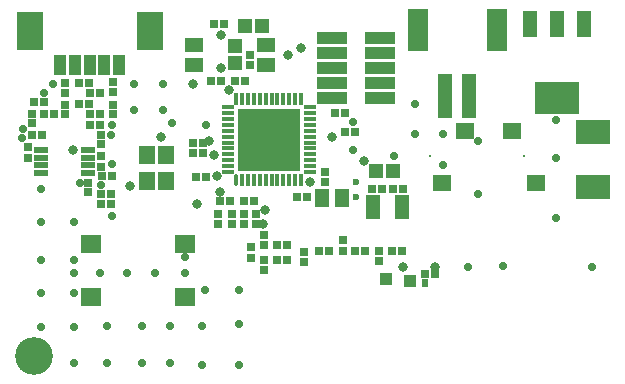
<source format=gts>
%FSTAX23Y23*%
%MOIN*%
%SFA1B1*%

%IPPOS*%
%ADD44R,0.067060X0.141860*%
%ADD45R,0.051310X0.145800*%
%ADD46R,0.102490X0.039500*%
%ADD47R,0.039500X0.070990*%
%ADD48R,0.090680X0.126110*%
%ADD49R,0.039500X0.039500*%
%ADD50R,0.043430X0.043430*%
%ADD51R,0.023750X0.027690*%
%ADD52R,0.029650X0.031620*%
%ADD53R,0.031620X0.029650*%
%ADD54R,0.047370X0.078870*%
%ADD55R,0.051310X0.063120*%
%ADD56R,0.045400X0.019810*%
%ADD57R,0.063120X0.055240*%
%ADD58R,0.063120X0.051310*%
%ADD59R,0.053280X0.063120*%
%ADD60O,0.016540X0.038980*%
%ADD61R,0.016540X0.038980*%
%ADD62R,0.038980X0.016540*%
%ADD63R,0.208270X0.208270*%
%ADD64R,0.145800X0.106420*%
%ADD65R,0.047370X0.086740*%
%ADD66R,0.069020X0.059180*%
%ADD67R,0.045400X0.045400*%
%ADD68R,0.045400X0.045400*%
%ADD69R,0.114300X0.082800*%
%ADD70C,0.011940*%
%ADD71C,0.031620*%
%ADD72C,0.028000*%
%ADD73C,0.126110*%
%ADD74C,0.023620*%
%LNheadband-pcb-1*%
%LPD*%
G54D44*
X01623Y0116D03*
X0136D03*
G54D45*
X01531Y00941D03*
X01452D03*
G54D46*
X01073Y01136D03*
X01233D03*
X01073Y01086D03*
X01233D03*
X01073Y01036D03*
X01233D03*
X01073Y00986D03*
X01235D03*
X01073Y00936D03*
X01233D03*
G54D47*
X00365Y01045D03*
X00315D03*
X00266D03*
X00168D03*
X00217D03*
G54D48*
X00466Y01159D03*
X00068D03*
G54D49*
X01255Y0033D03*
G54D50*
X01335Y00325D03*
G54D51*
X01383Y00318D03*
G54D52*
X00305Y00813D03*
Y0078D03*
X0026Y00653D03*
Y0062D03*
X00305Y0074D03*
Y00706D03*
X00185Y00913D03*
Y0088D03*
Y00985D03*
Y00951D03*
X0006Y0077D03*
Y00736D03*
X00345Y0088D03*
Y00913D03*
Y00955D03*
Y00988D03*
X00805Y00437D03*
Y00403D03*
X00847Y00479D03*
Y00446D03*
X00075Y0085D03*
Y00883D03*
X00847Y00363D03*
Y00396D03*
X0123Y00424D03*
Y0039D03*
X01109Y0046D03*
Y00426D03*
X00982Y00423D03*
Y00389D03*
X0082Y00515D03*
Y00548D03*
X00695Y00515D03*
Y00548D03*
X0078Y00515D03*
Y00548D03*
X0074Y00515D03*
Y00548D03*
X008Y01078D03*
Y01045D03*
X0105Y00655D03*
Y00688D03*
G54D53*
X0034Y00675D03*
X00306D03*
X0008Y0092D03*
X00113D03*
X00106Y0081D03*
X00073D03*
X00266Y00845D03*
X003D03*
X00305Y00615D03*
X00338D03*
X00115Y0088D03*
X00148D03*
X00956Y00605D03*
X0099D03*
X00713Y0118D03*
X0068D03*
X00783Y0099D03*
X0075D03*
X00923Y00396D03*
X0089D03*
X01185Y00425D03*
X01151D03*
X01065D03*
X01031D03*
X0078Y0059D03*
X00813D03*
X00735D03*
X00701D03*
X00231Y00985D03*
X00265D03*
X00305Y0058D03*
X00338D03*
X01383Y00347D03*
X01416D03*
X01307Y00424D03*
X01274D03*
X00923Y00446D03*
X0089D03*
X01118Y00885D03*
X01085D03*
X0124Y0063D03*
X01206D03*
X01276D03*
X0131D03*
X00671Y0099D03*
X00705D03*
X0061Y00785D03*
X00643D03*
X0115Y0082D03*
X01116D03*
X00621Y0067D03*
X00655D03*
X0061Y0075D03*
X00643D03*
X00266Y0095D03*
X003D03*
X00266Y0088D03*
X003D03*
X00265Y00915D03*
X00231D03*
G54D54*
X0121Y0057D03*
X01308D03*
G54D55*
X01108Y006D03*
X0104D03*
G54D56*
X00105Y00761D03*
Y00735D03*
Y0071D03*
Y00684D03*
X0026D03*
Y0071D03*
Y00736D03*
Y00761D03*
G54D57*
X01754Y00653D03*
X01675Y00826D03*
X01518D03*
X01439Y00653D03*
G54D58*
X00855Y01045D03*
Y01113D03*
X00615Y01045D03*
Y01113D03*
G54D59*
X00457Y00658D03*
Y00745D03*
X0052D03*
Y00658D03*
G54D60*
X00755Y0066D03*
G54D61*
X00774Y0066D03*
X00794D03*
X00814D03*
X00833D03*
X00853D03*
X00873D03*
X00892D03*
X00912D03*
X00932D03*
X00951D03*
X00971D03*
Y00933D03*
X00951D03*
X00932D03*
X00912D03*
X00892D03*
X00873D03*
X00853D03*
X00833D03*
X00814D03*
X00794D03*
X00774D03*
X00755D03*
G54D62*
X01Y00688D03*
Y00708D03*
Y00727D03*
Y00747D03*
Y00767D03*
Y00786D03*
Y00806D03*
Y00826D03*
Y00846D03*
Y00865D03*
Y00885D03*
Y00905D03*
X00726D03*
Y00885D03*
Y00865D03*
Y00846D03*
Y00826D03*
Y00806D03*
Y00786D03*
Y00767D03*
Y00747D03*
Y00727D03*
Y00708D03*
Y00688D03*
G54D63*
X00863Y00796D03*
G54D64*
X01825Y00935D03*
G54D65*
X01734Y0118D03*
X01825D03*
X01915D03*
G54D66*
X00272Y0027D03*
Y00447D03*
X00585D03*
Y0027D03*
G54D67*
X0122Y0069D03*
X01277D03*
X00785Y01175D03*
X00842D03*
G54D68*
X0075Y01107D03*
Y0105D03*
G54D69*
X01945Y0082D03*
Y00638D03*
G54D70*
X01715Y0074D03*
X014D03*
G54D71*
X0131Y00372D03*
X0097Y011D03*
X01075Y00805D03*
X0118Y00725D03*
X0068Y00745D03*
X0073Y0096D03*
X0069Y00675D03*
X0021Y00761D03*
X0061Y0098D03*
X00665Y0079D03*
X00926Y01078D03*
X0079Y00761D03*
Y00797D03*
Y00833D03*
X00827Y0087D03*
Y00833D03*
Y00797D03*
Y00761D03*
Y00725D03*
X00865Y0087D03*
Y00833D03*
Y00797D03*
Y00761D03*
Y00725D03*
X00902Y0087D03*
Y00833D03*
Y00797D03*
Y00761D03*
Y00725D03*
X0094Y0087D03*
Y00833D03*
Y00797D03*
Y00761D03*
X0079Y00725D03*
X0094D03*
X0079Y0087D03*
X00845Y00515D03*
X004Y0064D03*
X00625Y0058D03*
X00505Y00805D03*
X00705Y01035D03*
X01Y00655D03*
X0085Y0056D03*
X007Y0062D03*
X01416Y00372D03*
X00705Y01145D03*
G54D72*
X01145Y00855D03*
X00041Y008D03*
X00305Y00645D03*
X00233Y00653D03*
X00045Y0083D03*
X0128Y0074D03*
X00105Y0063D03*
X0194Y0037D03*
X01645Y00375D03*
X00215Y0035D03*
X003D03*
X0039D03*
X00485D03*
X00585D03*
X0065Y00295D03*
X00765D03*
Y0018D03*
Y00045D03*
X0064D03*
Y00175D03*
X00535D03*
Y0005D03*
X0044D03*
Y00175D03*
X00325D03*
Y0005D03*
X00215D03*
X00105Y0017D03*
X00215D03*
Y00285D03*
X00105D03*
Y00395D03*
X00215D03*
Y0052D03*
X00105D03*
X0051Y00895D03*
X00415Y0098D03*
Y00895D03*
X0051Y0098D03*
X01145Y0076D03*
X0135Y00915D03*
Y00815D03*
X01445D03*
Y0071D03*
X0156Y00615D03*
Y0079D03*
X0182Y0086D03*
Y00735D03*
Y00535D03*
X01527Y00372D03*
X00585Y00405D03*
X0054Y0085D03*
X00338Y00813D03*
X0034Y00715D03*
Y0054D03*
X00655Y00845D03*
X00115Y0095D03*
X0034Y00845D03*
X00145Y0098D03*
G54D73*
X0008Y00075D03*
G54D74*
X01155Y00655D03*
Y00605D03*
M02*
</source>
